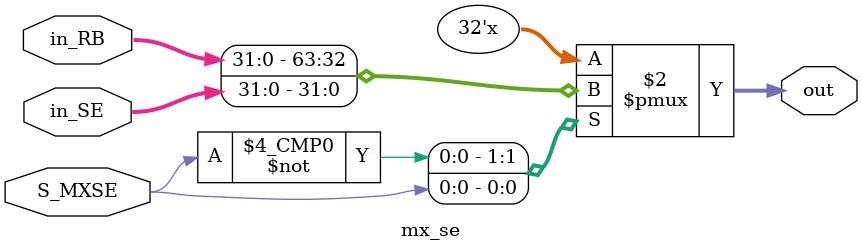
<source format=v>
module mx_se(in_RB, in_SE, S_MXSE, out);

	input 	wire[31:0]	in_RB, in_SE;
	input 	wire		S_MXSE;
	output 	reg	[31:0]	out;

	/*
		Com S_MXSE = 0, a entrada do banco de registradores
		Com S_MXSE = 1, a entrada do extensor de sinal é selecionada
	*/
	always @(*) begin
		case(S_MXSE)
			1'b0: 				out = in_RB;
			1'b1: 				out = in_SE;
		endcase
	end

endmodule

</source>
